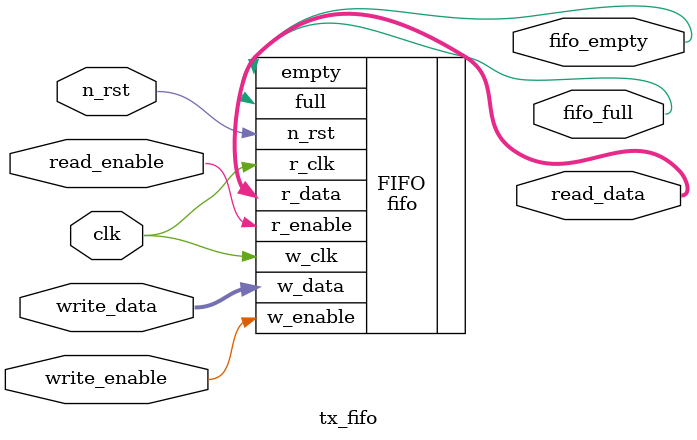
<source format=sv>

module tx_fifo
  (
   input wire clk,
   input wire n_rst,
   input wire read_enable,
   output wire [7:0] read_data,
   output wire fifo_empty,
   output wire fifo_full,
   input wire write_enable,
   input wire [7:0] write_data
   );

   fifo FIFO
     (
      .r_clk(clk),
      .w_clk(clk),
      .n_rst(n_rst),
      .r_enable(read_enable),
      .w_enable(write_enable),
      .w_data(write_data),
      .r_data(read_data),
      .empty(fifo_empty),
      .full(fifo_full)
      );
endmodule // tx_fifo


   

</source>
